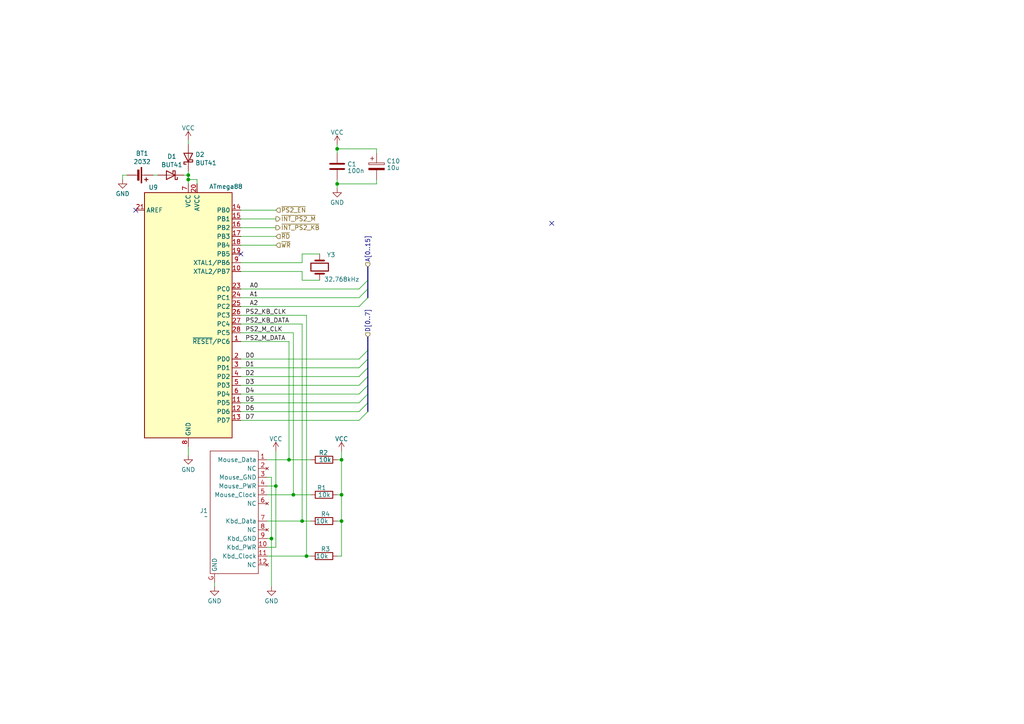
<source format=kicad_sch>
(kicad_sch (version 20250114) (generator "eeschema") (generator_version "9.0")
  (paper "A4")
  (title_block (title "MicroLind - PS2 interface, Mouse & Kbd") (date "2025-08-15") (rev "C1") (company "Sperly Retro Electronics"))
  (lib_symbols
    (symbol "Device:Battery_Cell" (pin_numbers (hide yes)) (pin_names (offset 0) (hide yes))
      (property "Reference" "BT" (at 2.54 2.54 0))
      (property "Value" "Battery_Cell" (at 2.54 0 0))
      (symbol "Battery_Cell_0_1"
        (rectangle (start -2.286 1.778) (end 2.286 1.524) (fill (type outline)))
        (rectangle (start -1.524 1.016) (end 1.524 0.508) (fill (type outline)))
        (polyline (pts (xy 0 1.778) (xy 0 2.54)))
        (polyline (pts (xy 0 0.762) (xy 0 0)))
        (polyline (pts (xy 0.762 3.048) (xy 1.778 3.048)) (stroke (width 0.254)))
        (polyline (pts (xy 1.27 3.556) (xy 1.27 2.54)) (stroke (width 0.254)))
      )
      (symbol "Battery_Cell_1_1"
        (pin passive line (at 0 5.08 270) (length 2.54) (name "+") (number "1"))
        (pin passive line (at 0 -2.54 90) (length 2.54) (name "-") (number "2"))
      )
    )
    (symbol "Device:C" (pin_numbers (hide yes)) (pin_names (offset 0.254))
      (property "Reference" "C" (at 0.635 2.54 0))
      (property "Value" "C" (at 0.635 -2.54 0))
      (symbol "C_0_1"
        (polyline (pts (xy -2.032 0.762) (xy 2.032 0.762)) (stroke (width 0.508)))
        (polyline (pts (xy -2.032 -0.762) (xy 2.032 -0.762)) (stroke (width 0.508)))
      )
      (symbol "C_1_1"
        (pin passive line (at 0 3.81 270) (length 2.794) (name "~") (number "1"))
        (pin passive line (at 0 -3.81 90) (length 2.794) (name "~") (number "2"))
      )
    )
    (symbol "Device:C_Polarized" (pin_numbers (hide yes)) (pin_names (offset 0.254))
      (property "Reference" "C" (at 0.635 2.54 0))
      (property "Value" "C_Polarized" (at 0.635 -2.54 0))
      (symbol "C_Polarized_0_1"
        (rectangle (start -2.286 0.508) (end 2.286 1.016))
        (polyline (pts (xy -1.778 2.286) (xy -0.762 2.286)))
        (polyline (pts (xy -1.27 2.794) (xy -1.27 1.778)))
        (rectangle (start 2.286 -0.508) (end -2.286 -1.016) (fill (type outline)))
      )
      (symbol "C_Polarized_1_1"
        (pin passive line (at 0 3.81 270) (length 2.794) (name "~") (number "1"))
        (pin passive line (at 0 -3.81 90) (length 2.794) (name "~") (number "2"))
      )
    )
    (symbol "Device:Crystal" (pin_numbers (hide yes)) (pin_names (offset 1.016) (hide yes))
      (property "Reference" "Y" (at 0 3.81 0))
      (property "Value" "Crystal" (at 0 -3.81 0))
      (symbol "Crystal_0_1"
        (polyline (pts (xy -2.54 0) (xy -1.905 0)))
        (polyline (pts (xy -1.905 -1.27) (xy -1.905 1.27)) (stroke (width 0.508)))
        (rectangle (start -1.143 2.54) (end 1.143 -2.54) (stroke (width 0.3048)))
        (polyline (pts (xy 1.905 -1.27) (xy 1.905 1.27)) (stroke (width 0.508)))
        (polyline (pts (xy 2.54 0) (xy 1.905 0)))
      )
      (symbol "Crystal_1_1"
        (pin passive line (at -3.81 0 0) (length 1.27) (name "1") (number "1"))
        (pin passive line (at 3.81 0 180) (length 1.27) (name "2") (number "2"))
      )
    )
    (symbol "Device:D_Schottky" (pin_numbers (hide yes)) (pin_names (offset 1.016) (hide yes))
      (property "Reference" "D" (at 0 2.54 0))
      (property "Value" "D_Schottky" (at 0 -2.54 0))
      (symbol "D_Schottky_0_1"
        (polyline (pts (xy -1.905 0.635) (xy -1.905 1.27) (xy -1.27 1.27) (xy -1.27 -1.27) (xy -0.635 -1.27) (xy -0.635 -0.635)) (stroke (width 0.254)))
        (polyline (pts (xy 1.27 1.27) (xy 1.27 -1.27) (xy -1.27 0) (xy 1.27 1.27)) (stroke (width 0.254)))
        (polyline (pts (xy 1.27 0) (xy -1.27 0)))
      )
      (symbol "D_Schottky_1_1"
        (pin passive line (at -3.81 0 0) (length 2.54) (name "K") (number "1"))
        (pin passive line (at 3.81 0 180) (length 2.54) (name "A") (number "2"))
      )
    )
    (symbol "Device:R" (pin_numbers (hide yes)) (pin_names (offset 0))
      (property "Reference" "R" (at 2.032 0 90))
      (property "Value" "R" (at 0 0 90))
      (symbol "R_0_1"
        (rectangle (start -1.016 -2.54) (end 1.016 2.54) (stroke (width 0.254)))
      )
      (symbol "R_1_1"
        (pin passive line (at 0 3.81 270) (length 1.27) (name "~") (number "1"))
        (pin passive line (at 0 -3.81 90) (length 1.27) (name "~") (number "2"))
      )
    )
    (symbol "MCU_Microchip_ATmega:ATmega328-P"
      (property "Reference" "U" (at -12.7 36.83 0))
      (property "Value" "ATmega328-P" (at 2.54 -36.83 0))
      (symbol "ATmega328-P_0_1"
        (rectangle (start -12.7 -35.56) (end 12.7 35.56) (stroke (width 0.254)) (fill (type background)))
      )
      (symbol "ATmega328-P_1_1"
        (pin passive line (at -15.24 30.48 0) (length 2.54) (name "AREF") (number "21"))
        (pin power_in line (at 0 38.1 270) (length 2.54) (name "VCC") (number "7"))
        (pin passive line (at 0 -38.1 90) (length 2.54) (hide yes) (name "GND") (number "22"))
        (pin power_in line (at 0 -38.1 90) (length 2.54) (name "GND") (number "8"))
        (pin power_in line (at 2.54 38.1 270) (length 2.54) (name "AVCC") (number "20"))
        (pin bidirectional line (at 15.24 30.48 180) (length 2.54) (name "PB0") (number "14"))
        (pin bidirectional line (at 15.24 27.94 180) (length 2.54) (name "PB1") (number "15"))
        (pin bidirectional line (at 15.24 25.4 180) (length 2.54) (name "PB2") (number "16"))
        (pin bidirectional line (at 15.24 22.86 180) (length 2.54) (name "PB3") (number "17"))
        (pin bidirectional line (at 15.24 20.32 180) (length 2.54) (name "PB4") (number "18"))
        (pin bidirectional line (at 15.24 17.78 180) (length 2.54) (name "PB5") (number "19"))
        (pin bidirectional line (at 15.24 15.24 180) (length 2.54) (name "XTAL1/PB6") (number "9"))
        (pin bidirectional line (at 15.24 12.7 180) (length 2.54) (name "XTAL2/PB7") (number "10"))
        (pin bidirectional line (at 15.24 7.62 180) (length 2.54) (name "PC0") (number "23"))
        (pin bidirectional line (at 15.24 5.08 180) (length 2.54) (name "PC1") (number "24"))
        (pin bidirectional line (at 15.24 2.54 180) (length 2.54) (name "PC2") (number "25"))
        (pin bidirectional line (at 15.24 0 180) (length 2.54) (name "PC3") (number "26"))
        (pin bidirectional line (at 15.24 -2.54 180) (length 2.54) (name "PC4") (number "27"))
        (pin bidirectional line (at 15.24 -5.08 180) (length 2.54) (name "PC5") (number "28"))
        (pin bidirectional line (at 15.24 -7.62 180) (length 2.54) (name "~{RESET}/PC6") (number "1"))
        (pin bidirectional line (at 15.24 -12.7 180) (length 2.54) (name "PD0") (number "2"))
        (pin bidirectional line (at 15.24 -15.24 180) (length 2.54) (name "PD1") (number "3"))
        (pin bidirectional line (at 15.24 -17.78 180) (length 2.54) (name "PD2") (number "4"))
        (pin bidirectional line (at 15.24 -20.32 180) (length 2.54) (name "PD3") (number "5"))
        (pin bidirectional line (at 15.24 -22.86 180) (length 2.54) (name "PD4") (number "6"))
        (pin bidirectional line (at 15.24 -25.4 180) (length 2.54) (name "PD5") (number "11"))
        (pin bidirectional line (at 15.24 -27.94 180) (length 2.54) (name "PD6") (number "12"))
        (pin bidirectional line (at 15.24 -30.48 180) (length 2.54) (name "PD7") (number "13"))
      )
    )
    (symbol "motherboard:2xPS2"
      (property "Reference" "J" (at 0 0 0))
      (symbol "2xPS2_0_1"
        (rectangle (start -7.62 38.1) (end 6.35 2.54))
      )
      (symbol "2xPS2_1_1"
        (pin input line (at -10.16 35.56 0) (length 2.54) (name "Mouse_Data") (number "1"))
        (pin no_connect line (at -10.16 33.02 0) (length 2.54) (name "NC") (number "2"))
        (pin power_in line (at -10.16 30.48 0) (length 2.54) (name "Mouse_GND") (number "3"))
        (pin power_in line (at -10.16 27.94 0) (length 2.54) (name "Mouse_PWR") (number "4"))
        (pin power_in line (at -10.16 25.4 0) (length 2.54) (name "Mouse_Clock") (number "5"))
        (pin no_connect line (at -10.16 22.86 0) (length 2.54) (name "NC") (number "6"))
        (pin input line (at -10.16 17.78 0) (length 2.54) (name "Kbd_Data") (number "7"))
        (pin no_connect line (at -10.16 15.24 0) (length 2.54) (name "NC") (number "8"))
        (pin power_in line (at -10.16 12.7 0) (length 2.54) (name "Kbd_GND") (number "9"))
        (pin power_in line (at -10.16 10.16 0) (length 2.54) (name "Kbd_PWR") (number "10"))
        (pin power_in line (at -10.16 7.62 0) (length 2.54) (name "Kbd_Clock") (number "11"))
        (pin no_connect line (at -10.16 5.08 0) (length 2.54) (name "NC") (number "12"))
        (pin power_in line (at 5.08 0 90) (length 2.54) (name "GND") (number "G"))
      )
    )
    (symbol "power:GND" (power) (pin_names (offset 0))
      (property "Value" "GND" (at 0 -3.81 0))
      (symbol "GND_0_1"
        (polyline (pts (xy 0 0) (xy 0 -1.27) (xy 1.27 -1.27) (xy 0 -2.54) (xy -1.27 -1.27) (xy 0 -1.27)))
      )
      (symbol "GND_1_1"
        (pin power_in line (at 0 0 270) (length 0) (hide yes) (name "GND") (number "1"))
      )
    )
    (symbol "power:VCC" (power) (pin_names (offset 0))
      (property "Value" "VCC" (at 0 3.81 0))
      (symbol "VCC_0_1"
        (polyline (pts (xy -0.762 1.27) (xy 0 2.54)))
        (polyline (pts (xy 0 2.54) (xy 0.762 1.27)))
        (polyline (pts (xy 0 0) (xy 0 2.54)))
      )
      (symbol "VCC_1_1"
        (pin power_in line (at 0 0 90) (length 0) (hide yes) (name "VCC") (number "1"))
      )
    )
  )
  (junction (at 99.06 133.35))
  (junction (at 97.79 53.34))
  (junction (at 88.9 161.29))
  (junction (at 85.09 143.51))
  (junction (at 87.63 151.13))
  (junction (at 99.06 143.51))
  (junction (at 54.61 52.07))
  (junction (at 97.79 43.18))
  (junction (at 80.01 140.97))
  (junction (at 99.06 151.13))
  (junction (at 54.61 50.8))
  (junction (at 83.82 133.35))
  (junction (at 78.74 156.21))
  (no_connect (at 160.02 64.77))
  (no_connect (at 69.85 73.66))
  (no_connect (at 39.37 60.96))
  (bus_entry (at 106.68 106.68) (size -2.54 2.54))
  (bus_entry (at 106.68 86.36) (size -2.54 2.54))
  (bus_entry (at 106.68 81.28) (size -2.54 2.54))
  (bus_entry (at 106.68 111.76) (size -2.54 2.54))
  (bus_entry (at 106.68 116.84) (size -2.54 2.54))
  (bus_entry (at 106.68 114.3) (size -2.54 2.54))
  (bus_entry (at 106.68 83.82) (size -2.54 2.54))
  (bus_entry (at 106.68 109.22) (size -2.54 2.54))
  (bus_entry (at 106.68 101.6) (size -2.54 2.54))
  (bus_entry (at 106.68 104.14) (size -2.54 2.54))
  (bus_entry (at 106.68 119.38) (size -2.54 2.54))
  (wire (pts (xy 69.85 121.92) (xy 104.14 121.92)))
  (wire (pts (xy 36.83 50.8) (xy 35.56 50.8)))
  (wire (pts (xy 90.17 161.29) (xy 88.9 161.29)))
  (wire (pts (xy 83.82 99.06) (xy 83.82 133.35)))
  (bus (pts (xy 106.68 83.82) (xy 106.68 86.36)))
  (wire (pts (xy 54.61 40.64) (xy 54.61 41.91)))
  (bus (pts (xy 106.68 81.28) (xy 106.68 83.82)))
  (wire (pts (xy 53.34 50.8) (xy 54.61 50.8)))
  (wire (pts (xy 77.47 151.13) (xy 87.63 151.13)))
  (wire (pts (xy 69.85 88.9) (xy 104.14 88.9)))
  (wire (pts (xy 97.79 43.18) (xy 109.22 43.18)))
  (bus (pts (xy 106.68 77.47) (xy 106.68 81.28)))
  (wire (pts (xy 54.61 129.54) (xy 54.61 132.08)))
  (wire (pts (xy 54.61 49.53) (xy 54.61 50.8)))
  (wire (pts (xy 69.85 63.5) (xy 80.01 63.5)))
  (wire (pts (xy 97.79 41.91) (xy 97.79 43.18)))
  (wire (pts (xy 69.85 114.3) (xy 104.14 114.3)))
  (wire (pts (xy 69.85 119.38) (xy 104.14 119.38)))
  (wire (pts (xy 54.61 52.07) (xy 57.15 52.07)))
  (wire (pts (xy 99.06 151.13) (xy 99.06 161.29)))
  (wire (pts (xy 69.85 60.96) (xy 80.01 60.96)))
  (bus (pts (xy 106.68 109.22) (xy 106.68 111.76)))
  (wire (pts (xy 77.47 158.75) (xy 80.01 158.75)))
  (wire (pts (xy 97.79 53.34) (xy 109.22 53.34)))
  (wire (pts (xy 99.06 133.35) (xy 99.06 143.51)))
  (wire (pts (xy 69.85 83.82) (xy 104.14 83.82)))
  (bus (pts (xy 106.68 101.6) (xy 106.68 104.14)))
  (wire (pts (xy 99.06 130.81) (xy 99.06 133.35)))
  (wire (pts (xy 97.79 143.51) (xy 99.06 143.51)))
  (wire (pts (xy 69.85 106.68) (xy 104.14 106.68)))
  (wire (pts (xy 85.09 96.52) (xy 85.09 143.51)))
  (wire (pts (xy 44.45 50.8) (xy 45.72 50.8)))
  (wire (pts (xy 83.82 133.35) (xy 90.17 133.35)))
  (wire (pts (xy 109.22 52.07) (xy 109.22 53.34)))
  (wire (pts (xy 80.01 140.97) (xy 80.01 158.75)))
  (wire (pts (xy 99.06 161.29) (xy 97.79 161.29)))
  (wire (pts (xy 54.61 52.07) (xy 54.61 53.34)))
  (wire (pts (xy 87.63 78.74) (xy 87.63 81.28)))
  (bus (pts (xy 106.68 111.76) (xy 106.68 114.3)))
  (wire (pts (xy 97.79 133.35) (xy 99.06 133.35)))
  (wire (pts (xy 57.15 53.34) (xy 57.15 52.07)))
  (bus (pts (xy 106.68 116.84) (xy 106.68 119.38)))
  (wire (pts (xy 77.47 138.43) (xy 78.74 138.43)))
  (wire (pts (xy 87.63 151.13) (xy 90.17 151.13)))
  (wire (pts (xy 87.63 73.66) (xy 87.63 76.2)))
  (wire (pts (xy 87.63 81.28) (xy 92.71 81.28)))
  (wire (pts (xy 35.56 50.8) (xy 35.56 52.07)))
  (wire (pts (xy 92.71 73.66) (xy 87.63 73.66)))
  (bus (pts (xy 106.68 97.79) (xy 106.68 101.6)))
  (wire (pts (xy 69.85 99.06) (xy 83.82 99.06)))
  (wire (pts (xy 69.85 104.14) (xy 104.14 104.14)))
  (wire (pts (xy 69.85 68.58) (xy 80.01 68.58)))
  (wire (pts (xy 109.22 43.18) (xy 109.22 44.45)))
  (wire (pts (xy 69.85 78.74) (xy 87.63 78.74)))
  (wire (pts (xy 77.47 133.35) (xy 83.82 133.35)))
  (wire (pts (xy 97.79 53.34) (xy 97.79 54.61)))
  (wire (pts (xy 77.47 156.21) (xy 78.74 156.21)))
  (wire (pts (xy 54.61 50.8) (xy 54.61 52.07)))
  (wire (pts (xy 97.79 52.07) (xy 97.79 53.34)))
  (wire (pts (xy 78.74 138.43) (xy 78.74 156.21)))
  (wire (pts (xy 80.01 130.81) (xy 80.01 140.97)))
  (wire (pts (xy 77.47 140.97) (xy 80.01 140.97)))
  (wire (pts (xy 90.17 143.51) (xy 85.09 143.51)))
  (wire (pts (xy 69.85 111.76) (xy 104.14 111.76)))
  (wire (pts (xy 69.85 93.98) (xy 87.63 93.98)))
  (wire (pts (xy 69.85 76.2) (xy 87.63 76.2)))
  (wire (pts (xy 69.85 109.22) (xy 104.14 109.22)))
  (wire (pts (xy 97.79 151.13) (xy 99.06 151.13)))
  (wire (pts (xy 87.63 93.98) (xy 87.63 151.13)))
  (wire (pts (xy 97.79 43.18) (xy 97.79 44.45)))
  (wire (pts (xy 88.9 91.44) (xy 88.9 161.29)))
  (wire (pts (xy 69.85 71.12) (xy 80.01 71.12)))
  (wire (pts (xy 69.85 116.84) (xy 104.14 116.84)))
  (wire (pts (xy 77.47 161.29) (xy 88.9 161.29)))
  (wire (pts (xy 77.47 143.51) (xy 85.09 143.51)))
  (bus (pts (xy 106.68 104.14) (xy 106.68 106.68)))
  (wire (pts (xy 99.06 143.51) (xy 99.06 151.13)))
  (wire (pts (xy 69.85 96.52) (xy 85.09 96.52)))
  (bus (pts (xy 106.68 114.3) (xy 106.68 116.84)))
  (wire (pts (xy 69.85 86.36) (xy 104.14 86.36)))
  (wire (pts (xy 78.74 156.21) (xy 78.74 170.18)))
  (bus (pts (xy 106.68 106.68) (xy 106.68 109.22)))
  (wire (pts (xy 62.23 170.18) (xy 62.23 168.91)))
  (wire (pts (xy 69.85 66.04) (xy 80.01 66.04)))
  (wire (pts (xy 88.9 91.44) (xy 69.85 91.44)))
  (label "A0" (at 74.93 83.82 180))
  (label "D5" (at 71.12 116.84 0))
  (label "A1" (at 72.39 86.36 0))
  (label "PS2_M_CLK" (at 71.12 96.52 0))
  (label "PS2_M_DATA" (at 71.12 99.06 0))
  (label "D3" (at 71.12 111.76 0))
  (label "D4" (at 71.12 114.3 0))
  (label "D0" (at 71.12 104.14 0))
  (label "D7" (at 71.12 121.92 0))
  (label "A2" (at 72.39 88.9 0))
  (label "D1" (at 71.12 106.68 0))
  (label "PS2_KB_CLK" (at 71.12 91.44 0))
  (label "PS2_KB_DATA" (at 71.12 93.98 0))
  (label "D6" (at 71.12 119.38 0))
  (label "D2" (at 71.12 109.22 0))
  (hierarchical_label "~{INT_PS2_KB}" (shape output) (at 80.01 66.04 0))
  (hierarchical_label "D[0..7]" (shape input) (at 106.68 97.79 90))
  (hierarchical_label "~{WR}" (shape input) (at 80.01 71.12 0))
  (hierarchical_label "~{INT_PS2_M}" (shape output) (at 80.01 63.5 0))
  (hierarchical_label "~{PS2_EN}" (shape input) (at 80.01 60.96 0))
  (hierarchical_label "~{RD}" (shape input) (at 80.01 68.58 0))
  (hierarchical_label "A[0..15]" (shape input) (at 106.68 77.47 90))
  (symbol (lib_id "power:GND") (at 62.23 170.18 0) (unit 1)
    (property "Reference" "#PWR01" (effects (hide yes)))
    (property "Value" "GND" (at 62.23 174.3155 0))
  )
  (symbol (lib_id "MCU_Microchip_ATmega:ATmega328-P") (at 54.61 91.44 0) (unit 1)
    (property "Reference" "U9" (at 44.45 54.356 0))
    (property "Value" "ATmega88" (at 65.532 54.102 0))
    (property "Footprint" "Package_DIP:DIP-28_W7.62mm" (effects (hide yes)))
    (property "Datasheet" "http://ww1.microchip.com/downloads/en/DeviceDoc/ATmega328_P%20AVR%20MCU%20with%20picoPower%20Technology%20Data%20Sheet%2040001984A.pdf" (effects (hide yes)))
    (property "Description" "20MHz, 32kB Flash, 2kB SRAM, 1kB EEPROM, DIP-28" (effects (hide yes)))
  )
  (symbol (lib_id "power:GND") (at 97.79 54.61 0) (unit 1)
    (property "Reference" "#PWR03" (effects (hide yes)))
    (property "Value" "GND" (at 97.79 58.7455 0))
  )
  (symbol (lib_id "power:VCC") (at 97.79 41.91 0) (unit 1)
    (property "Reference" "#PWR02" (effects (hide yes)))
    (property "Value" "VCC" (at 97.79 38.4081 0))
  )
  (symbol (lib_id "Device:C") (at 97.79 48.26 0) (unit 1)
    (property "Reference" "C1" (at 100.711 47.6163 0) (effects (justify left)))
    (property "Value" "100n" (at 100.711 49.5373 0) (effects (justify left)))
    (property "Footprint" "Capacitor_THT:C_Disc_D5.0mm_W2.5mm_P2.50mm" (effects (hide yes)))
  )
  (symbol (lib_id "Device:Crystal") (at 92.71 77.47 270) (unit 1)
    (property "Reference" "Y3" (at 94.742 73.914 90) (effects (justify left)))
    (property "Value" "32.768kHz" (at 93.98 81.026 90) (effects (justify left)))
    (property "Footprint" "Crystal:Crystal_DS10_D1.0mm_L4.3mm_Vertical" (effects (hide yes)))
    (property "Description" "Two pin crystal" (effects (hide yes)))
  )
  (symbol (lib_id "power:VCC") (at 54.61 40.64 0) (unit 1)
    (property "Reference" "#PWR097" (effects (hide yes)))
    (property "Value" "VCC" (at 54.61 37.1381 0))
  )
  (symbol (lib_id "power:GND") (at 78.74 170.18 0) (unit 1)
    (property "Reference" "#PWR05" (effects (hide yes)))
    (property "Value" "GND" (at 78.74 174.3155 0))
  )
  (symbol (lib_id "power:VCC") (at 99.06 130.81 0) (unit 1)
    (property "Reference" "#PWR013" (effects (hide yes)))
    (property "Value" "VCC" (at 99.06 127.3081 0))
  )
  (symbol (lib_id "power:GND") (at 54.61 132.08 0) (unit 1)
    (property "Reference" "#PWR091" (effects (hide yes)))
    (property "Value" "GND" (at 54.61 136.2155 0))
  )
  (symbol (lib_id "Device:R") (at 93.98 133.35 270) (unit 1)
    (property "Reference" "R2" (at 92.456 131.318 90) (effects (justify left)))
    (property "Value" "10k" (at 92.456 133.35 90) (effects (justify left)))
    (property "Footprint" "Resistor_THT:R_Axial_DIN0204_L3.6mm_D1.6mm_P7.62mm_Horizontal" (effects (hide yes)))
  )
  (symbol (lib_id "Device:R") (at 93.98 151.13 90) (unit 1)
    (property "Reference" "R4" (at 95.758 149.098 90) (effects (justify left)))
    (property "Value" "10k" (at 95.25 151.13 90) (effects (justify left)))
    (property "Footprint" "Resistor_THT:R_Axial_DIN0204_L3.6mm_D1.6mm_P7.62mm_Horizontal" (effects (hide yes)))
  )
  (symbol (lib_id "Device:D_Schottky") (at 54.61 45.72 90) (unit 1)
    (property "Reference" "D2" (at 56.642 44.8253 90) (effects (justify right)))
    (property "Value" "BUT41" (at 56.642 47.2496 90) (effects (justify right)))
    (property "Footprint" "Diode_THT:D_A-405_P7.62mm_Horizontal" (effects (hide yes)))
    (property "Description" "Schottky diode" (effects (hide yes)))
  )
  (symbol (lib_id "Device:R") (at 93.98 143.51 270) (unit 1)
    (property "Reference" "R1" (at 91.948 141.478 90) (effects (justify left)))
    (property "Value" "10k" (at 92.202 143.51 90) (effects (justify left)))
    (property "Footprint" "Resistor_THT:R_Axial_DIN0204_L3.6mm_D1.6mm_P7.62mm_Horizontal" (effects (hide yes)))
  )
  (symbol (lib_id "Device:D_Schottky") (at 49.53 50.8 180) (unit 1)
    (property "Reference" "D1" (at 49.8475 45.3855 0))
    (property "Value" "BUT41" (at 49.8475 47.8098 0))
    (property "Footprint" "Diode_THT:D_A-405_P7.62mm_Horizontal" (effects (hide yes)))
    (property "Description" "Schottky diode" (effects (hide yes)))
  )
  (symbol (lib_id "Device:C_Polarized") (at 109.22 48.26 0) (unit 1)
    (property "Reference" "C10" (at 112.141 46.7273 0) (effects (justify left)))
    (property "Value" "10u" (at 112.141 48.6483 0) (effects (justify left)))
    (property "Footprint" "Capacitor_THT:CP_Radial_D4.0mm_P2.00mm" (effects (hide yes)))
  )
  (symbol (lib_id "Device:R") (at 93.98 161.29 90) (unit 1)
    (property "Reference" "R3" (at 95.758 159.258 90) (effects (justify left)))
    (property "Value" "10k" (at 95.25 161.29 90) (effects (justify left)))
    (property "Footprint" "Resistor_THT:R_Axial_DIN0204_L3.6mm_D1.6mm_P7.62mm_Horizontal" (effects (hide yes)))
  )
  (symbol (lib_id "power:GND") (at 35.56 52.07 0) (unit 1)
    (property "Reference" "#PWR096" (effects (hide yes)))
    (property "Value" "GND" (at 35.56 56.2055 0))
  )
  (symbol (lib_id "Device:Battery_Cell") (at 39.37 50.8 270) (unit 1)
    (property "Reference" "BT1" (at 41.2115 44.4965 90))
    (property "Value" "2032" (at 41.2115 46.9208 90))
    (property "Footprint" "kicad-lib:HU2032-CoinCellHolder" (effects (hide yes)))
    (property "Description" "Single-cell battery" (effects (hide yes)))
  )
  (symbol (lib_id "motherboard:2xPS2") (at 67.31 168.91 0) (mirror y) (unit 1)
    (property "Reference" "J1" (at 60.325 148.1208 0) (effects (justify left)))
    (property "Value" "~" (at 60.325 149.8022 0) (effects (justify left)))
    (property "Footprint" "kicad-lib:2xPS2-Mini-Din" (effects (hide yes)))
  )
  (symbol (lib_id "power:VCC") (at 80.01 130.81 0) (unit 1)
    (property "Reference" "#PWR06" (effects (hide yes)))
    (property "Value" "VCC" (at 80.01 127.3081 0))
  )
)
</source>
